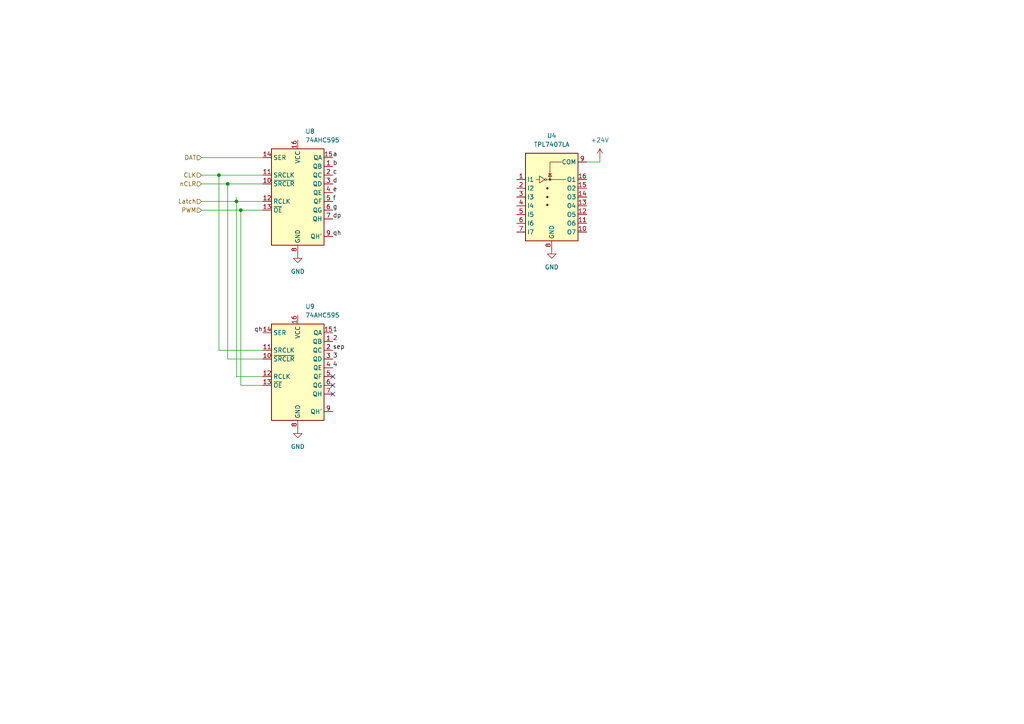
<source format=kicad_sch>
(kicad_sch (version 20231120) (generator "eeschema") (generator_version "8.0")
  (paper "A4")
  (lib_symbols
    (symbol "74xx:74AHC595"
      (property "Reference" "U" (at -7.62 13.97 0))
      (property "Value" "74AHC595" (at -7.62 -16.51 0))
      (symbol "74AHC595_1_0"
        (pin tri_state line (at 10.16 7.62 180) (length 2.54) (name "QB") (number "1"))
        (pin input line (at -10.16 2.54 0) (length 2.54) (name "~{SRCLR}") (number "10"))
        (pin input line (at -10.16 5.08 0) (length 2.54) (name "SRCLK") (number "11"))
        (pin input line (at -10.16 -2.54 0) (length 2.54) (name "RCLK") (number "12"))
        (pin input line (at -10.16 -5.08 0) (length 2.54) (name "~{OE}") (number "13"))
        (pin input line (at -10.16 10.16 0) (length 2.54) (name "SER") (number "14"))
        (pin tri_state line (at 10.16 10.16 180) (length 2.54) (name "QA") (number "15"))
        (pin power_in line (at 0 15.24 270) (length 2.54) (name "VCC") (number "16"))
        (pin tri_state line (at 10.16 5.08 180) (length 2.54) (name "QC") (number "2"))
        (pin tri_state line (at 10.16 2.54 180) (length 2.54) (name "QD") (number "3"))
        (pin tri_state line (at 10.16 0 180) (length 2.54) (name "QE") (number "4"))
        (pin tri_state line (at 10.16 -2.54 180) (length 2.54) (name "QF") (number "5"))
        (pin tri_state line (at 10.16 -5.08 180) (length 2.54) (name "QG") (number "6"))
        (pin tri_state line (at 10.16 -7.62 180) (length 2.54) (name "QH") (number "7"))
        (pin power_in line (at 0 -17.78 90) (length 2.54) (name "GND") (number "8"))
        (pin output line (at 10.16 -12.7 180) (length 2.54) (name "QH'") (number "9"))
      )
      (symbol "74AHC595_1_1"
        (rectangle (start -7.62 12.7) (end 7.62 -15.24) (stroke (width 0.254)) (fill (type background)))
      )
    )
    (symbol "Global:TPL7407LA"
      (property "Reference" "U" (at 0 15.875 0))
      (property "Value" "TPL7407LA" (at 0 13.97 0))
      (symbol "TPL7407LA_0_1"
        (rectangle (start -7.62 -12.7) (end 7.62 12.7) (stroke (width 0.254)) (fill (type background)))
        (circle (center -1.778 5.08) (radius 0.254))
        (circle (center -1.27 -2.286) (radius 0.254) (fill (type outline)))
        (circle (center -1.27 0) (radius 0.254) (fill (type outline)))
        (circle (center -1.27 2.54) (radius 0.254) (fill (type outline)))
        (circle (center -0.508 5.08) (radius 0.254) (fill (type outline)))
        (polyline (pts (xy -4.572 5.08) (xy -3.556 5.08)))
        (polyline (pts (xy -1.524 5.08) (xy 4.064 5.08)))
        (polyline (pts (xy 0 6.731) (xy -1.016 6.731)))
        (polyline (pts (xy -0.508 5.08) (xy -0.508 10.16) (xy 2.921 10.16)))
        (polyline (pts (xy -3.556 6.096) (xy -3.556 4.064) (xy -2.032 5.08) (xy -3.556 6.096)))
        (polyline (pts (xy 0 5.969) (xy -1.016 5.969) (xy -0.508 6.731) (xy 0 5.969)))
      )
      (symbol "TPL7407LA_1_1"
        (pin input line (at -10.16 5.08 0) (length 2.54) (name "I1") (number "1"))
        (pin open_collector line (at 10.16 -10.16 180) (length 2.54) (name "O7") (number "10"))
        (pin open_collector line (at 10.16 -7.62 180) (length 2.54) (name "O6") (number "11"))
        (pin open_collector line (at 10.16 -5.08 180) (length 2.54) (name "O5") (number "12"))
        (pin open_collector line (at 10.16 -2.54 180) (length 2.54) (name "O4") (number "13"))
        (pin open_collector line (at 10.16 0 180) (length 2.54) (name "O3") (number "14"))
        (pin open_collector line (at 10.16 2.54 180) (length 2.54) (name "O2") (number "15"))
        (pin open_collector line (at 10.16 5.08 180) (length 2.54) (name "O1") (number "16"))
        (pin input line (at -10.16 2.54 0) (length 2.54) (name "I2") (number "2"))
        (pin input line (at -10.16 0 0) (length 2.54) (name "I3") (number "3"))
        (pin input line (at -10.16 -2.54 0) (length 2.54) (name "I4") (number "4"))
        (pin input line (at -10.16 -5.08 0) (length 2.54) (name "I5") (number "5"))
        (pin input line (at -10.16 -7.62 0) (length 2.54) (name "I6") (number "6"))
        (pin input line (at -10.16 -10.16 0) (length 2.54) (name "I7") (number "7"))
        (pin power_in line (at 0 -15.24 90) (length 2.54) (name "GND") (number "8"))
        (pin passive line (at 10.16 10.16 180) (length 2.54) (name "COM") (number "9"))
      )
    )
    (symbol "power:+24V" (power) (pin_numbers hide) (pin_names (offset 0) hide)
      (property "Value" "+24V" (at 0 3.556 0))
      (symbol "+24V_0_1"
        (polyline (pts (xy -0.762 1.27) (xy 0 2.54)))
        (polyline (pts (xy 0 0) (xy 0 2.54)))
        (polyline (pts (xy 0 2.54) (xy 0.762 1.27)))
      )
      (symbol "+24V_1_1"
        (pin power_in line (at 0 0 90) (length 0) (name "~") (number "1"))
      )
    )
    (symbol "power:GND" (power) (pin_numbers hide) (pin_names (offset 0) hide)
      (property "Value" "GND" (at 0 -3.81 0))
      (symbol "GND_0_1"
        (polyline (pts (xy 0 0) (xy 0 -1.27) (xy 1.27 -1.27) (xy 0 -2.54) (xy -1.27 -1.27) (xy 0 -1.27)))
      )
      (symbol "GND_1_1"
        (pin power_in line (at 0 0 270) (length 0) (name "~") (number "1"))
      )
    )
  )
  (junction (at 63.5 50.8))
  (junction (at 69.85 60.96))
  (junction (at 66.04 53.34))
  (junction (at 68.58 58.42))
  (no_connect (at 96.52 109.22))
  (no_connect (at 96.52 111.76))
  (no_connect (at 96.52 114.3))
  (wire (pts (xy 66.04 53.34) (xy 76.2 53.34)))
  (wire (pts (xy 58.42 58.42) (xy 68.58 58.42)))
  (wire (pts (xy 68.58 58.42) (xy 76.2 58.42)))
  (wire (pts (xy 68.58 58.42) (xy 68.58 109.22)))
  (wire (pts (xy 63.5 101.6) (xy 76.2 101.6)))
  (wire (pts (xy 66.04 53.34) (xy 66.04 104.14)))
  (wire (pts (xy 68.58 109.22) (xy 76.2 109.22)))
  (wire (pts (xy 63.5 50.8) (xy 63.5 101.6)))
  (wire (pts (xy 69.85 60.96) (xy 69.85 111.76)))
  (wire (pts (xy 58.42 53.34) (xy 66.04 53.34)))
  (wire (pts (xy 170.18 46.99) (xy 173.99 46.99)))
  (wire (pts (xy 58.42 50.8) (xy 63.5 50.8)))
  (wire (pts (xy 66.04 104.14) (xy 76.2 104.14)))
  (wire (pts (xy 173.99 45.72) (xy 173.99 46.99)))
  (wire (pts (xy 69.85 111.76) (xy 76.2 111.76)))
  (wire (pts (xy 63.5 50.8) (xy 76.2 50.8)))
  (wire (pts (xy 58.42 45.72) (xy 76.2 45.72)))
  (wire (pts (xy 58.42 60.96) (xy 69.85 60.96)))
  (wire (pts (xy 68.58 57.15) (xy 68.58 58.42)))
  (wire (pts (xy 69.85 60.96) (xy 76.2 60.96)))
  (label "1" (at 96.52 96.52 0))
  (label "qh" (at 96.52 68.58 0))
  (label "c" (at 96.52 50.8 0))
  (label "b" (at 96.52 48.26 0))
  (label "dp" (at 96.52 63.5 0))
  (label "g" (at 96.52 60.96 0))
  (label "e" (at 96.52 55.88 0))
  (label "3" (at 96.52 104.14 0))
  (label "a" (at 96.52 45.72 0))
  (label "f" (at 96.52 58.42 0))
  (label "4" (at 96.52 106.68 0))
  (label "qh" (at 76.2 96.52 180))
  (label "d" (at 96.52 53.34 0))
  (label "2" (at 96.52 99.06 0))
  (label "sep" (at 96.52 101.6 0))
  (hierarchical_label "PWM" (shape input) (at 58.42 60.96 180))
  (hierarchical_label "Latch" (shape input) (at 58.42 58.42 180))
  (hierarchical_label "CLK" (shape input) (at 58.42 50.8 180))
  (hierarchical_label "nCLR" (shape input) (at 58.42 53.34 180))
  (hierarchical_label "DAT" (shape input) (at 58.42 45.72 180))
  (symbol (lib_id "power:+24V") (at 173.99 45.72 0) (unit 1)
    (property "Reference" "#PWR08" (effects (hide yes)))
    (property "Value" "+24V" (at 173.99 40.64 0))
    (property "Description" "Power symbol creates a global label with name \"+24V\"" (effects (hide yes)))
  )
  (symbol (lib_id "Global:TPL7407LA") (at 160.02 57.15 0) (unit 1)
    (property "Reference" "U4" (at 160.02 39.37 0))
    (property "Value" "TPL7407LA" (at 160.02 41.91 0))
    (property "Footprint" "Package_SO:TSSOP-16_4.4x5mm_P0.65mm" (effects (hide yes)))
    (property "Datasheet" "https://www.ti.com/lit/ds/symlink/tpl7407la.pdf" (effects (hide yes)))
    (property "Description" "High Voltage, High Current Darlington Transistor Arrays, SOIC16/SOIC16W/DIP16/TSSOP16" (effects (hide yes)))
  )
  (symbol (lib_id "74xx:74AHC595") (at 86.36 55.88 0) (unit 1)
    (property "Reference" "U8" (at 88.5541 38.1 0) (effects (justify left)))
    (property "Value" "74AHC595" (at 88.5541 40.64 0) (effects (justify left)))
    (property "Datasheet" "https://assets.nexperia.com/documents/data-sheet/74AHC_AHCT595.pdf" (effects (hide yes)))
    (property "Description" "8-bit serial in/out Shift Register 3-State Outputs" (effects (hide yes)))
  )
  (symbol (lib_id "power:GND") (at 86.36 124.46 0) (unit 1)
    (property "Reference" "#PWR012" (effects (hide yes)))
    (property "Value" "GND" (at 86.36 129.54 0))
    (property "Description" "Power symbol creates a global label with name \"GND\" , ground" (effects (hide yes)))
  )
  (symbol (lib_id "74xx:74AHC595") (at 86.36 106.68 0) (unit 1)
    (property "Reference" "U9" (at 88.5541 88.9 0) (effects (justify left)))
    (property "Value" "74AHC595" (at 88.5541 91.44 0) (effects (justify left)))
    (property "Datasheet" "https://assets.nexperia.com/documents/data-sheet/74AHC_AHCT595.pdf" (effects (hide yes)))
    (property "Description" "8-bit serial in/out Shift Register 3-State Outputs" (effects (hide yes)))
  )
  (symbol (lib_id "power:GND") (at 86.36 73.66 0) (unit 1)
    (property "Reference" "#PWR06" (effects (hide yes)))
    (property "Value" "GND" (at 86.36 78.74 0))
    (property "Description" "Power symbol creates a global label with name \"GND\" , ground" (effects (hide yes)))
  )
  (symbol (lib_id "power:GND") (at 160.02 72.39 0) (unit 1)
    (property "Reference" "#PWR09" (effects (hide yes)))
    (property "Value" "GND" (at 160.02 77.47 0))
    (property "Description" "Power symbol creates a global label with name \"GND\" , ground" (effects (hide yes)))
  )
)
</source>
